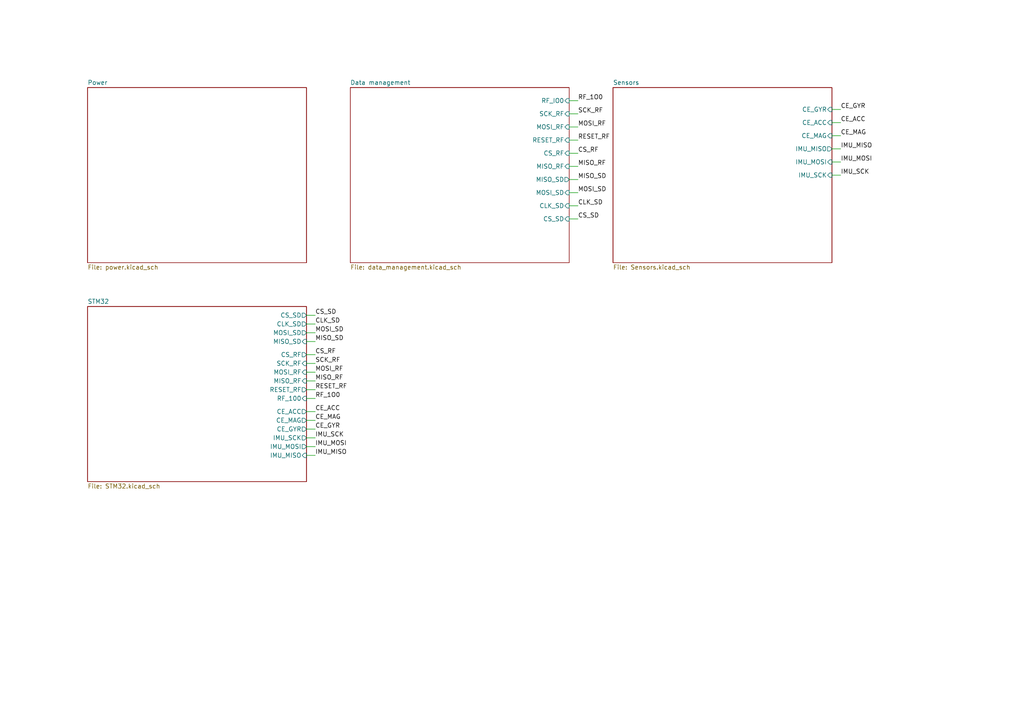
<source format=kicad_sch>
(kicad_sch (version 20230121) (generator eeschema)
  (paper "A4")
  (lib_symbols)
  (wire (pts (xy 88.9 102.87) (xy 91.44 102.87)))
  (wire (pts (xy 165.1 44.45) (xy 167.64 44.45)))
  (wire (pts (xy 88.9 132.08) (xy 91.44 132.08)))
  (wire (pts (xy 165.1 63.5) (xy 167.64 63.5)))
  (wire (pts (xy 88.9 129.54) (xy 91.44 129.54)))
  (wire (pts (xy 241.3 35.56) (xy 243.84 35.56)))
  (wire (pts (xy 88.9 115.57) (xy 91.44 115.57)))
  (wire (pts (xy 88.9 93.98) (xy 91.44 93.98)))
  (wire (pts (xy 88.9 113.03) (xy 91.44 113.03)))
  (wire (pts (xy 241.3 46.99) (xy 243.84 46.99)))
  (wire (pts (xy 88.9 119.38) (xy 91.44 119.38)))
  (wire (pts (xy 88.9 124.46) (xy 91.44 124.46)))
  (wire (pts (xy 88.9 91.44) (xy 91.44 91.44)))
  (wire (pts (xy 241.3 50.8) (xy 243.84 50.8)))
  (wire (pts (xy 88.9 99.06) (xy 91.44 99.06)))
  (wire (pts (xy 88.9 107.95) (xy 91.44 107.95)))
  (wire (pts (xy 165.1 55.88) (xy 167.64 55.88)))
  (wire (pts (xy 165.1 59.69) (xy 167.64 59.69)))
  (wire (pts (xy 165.1 48.26) (xy 167.64 48.26)))
  (wire (pts (xy 88.9 127) (xy 91.44 127)))
  (wire (pts (xy 88.9 96.52) (xy 91.44 96.52)))
  (wire (pts (xy 88.9 121.92) (xy 91.44 121.92)))
  (wire (pts (xy 241.3 39.37) (xy 243.84 39.37)))
  (wire (pts (xy 88.9 110.49) (xy 91.44 110.49)))
  (wire (pts (xy 165.1 52.07) (xy 167.64 52.07)))
  (wire (pts (xy 165.1 40.64) (xy 167.64 40.64)))
  (wire (pts (xy 165.1 33.02) (xy 167.64 33.02)))
  (wire (pts (xy 241.3 43.18) (xy 243.84 43.18)))
  (wire (pts (xy 88.9 105.41) (xy 91.44 105.41)))
  (wire (pts (xy 165.1 36.83) (xy 167.64 36.83)))
  (wire (pts (xy 241.3 31.75) (xy 243.84 31.75)))
  (wire (pts (xy 165.1 29.21) (xy 167.64 29.21)))
  (label "CS_SD" (at 91.44 91.44 0))
  (label "SCK_RF" (at 167.64 33.02 0))
  (label "MISO_RF" (at 167.64 48.26 0))
  (label "RESET_RF" (at 167.64 40.64 0))
  (label "IMU_MISO" (at 91.44 132.08 0))
  (label "IMU_SCK" (at 91.44 127 0))
  (label "MISO_SD" (at 91.44 99.06 0))
  (label "CS_RF" (at 91.44 102.87 0))
  (label "MOSI_SD" (at 167.64 55.88 0))
  (label "IMU_SCK" (at 243.84 50.8 0))
  (label "MISO_RF" (at 91.44 110.49 0))
  (label "CE_MAG" (at 91.44 121.92 0))
  (label "MISO_SD" (at 167.64 52.07 0))
  (label "CE_ACC" (at 243.84 35.56 0))
  (label "IMU_MISO" (at 243.84 43.18 0))
  (label "CE_ACC" (at 91.44 119.38 0))
  (label "SCK_RF" (at 91.44 105.41 0))
  (label "IMU_MOSI" (at 243.84 46.99 0))
  (label "MOSI_RF" (at 167.64 36.83 0))
  (label "CE_MAG" (at 243.84 39.37 0))
  (label "CS_SD" (at 167.64 63.5 0))
  (label "CLK_SD" (at 91.44 93.98 0))
  (label "RESET_RF" (at 91.44 113.03 0))
  (label "MOSI_SD" (at 91.44 96.52 0))
  (label "IMU_MOSI" (at 91.44 129.54 0))
  (label "MOSI_RF" (at 91.44 107.95 0))
  (label "RF_1O0" (at 91.44 115.57 0))
  (label "CS_RF" (at 167.64 44.45 0))
  (label "CE_GYR" (at 91.44 124.46 0))
  (label "CLK_SD" (at 167.64 59.69 0))
  (label "RF_1O0" (at 167.64 29.21 0))
  (label "CE_GYR" (at 243.84 31.75 0))
  (sheet (at 25.4 88.9) (size 63.5 50.8) (stroke (width 0.1524))
    (property "Sheetname" "STM32" (at 25.4 88.1884 0) (effects (justify left bottom)))
    (property "Sheetfile" "STM32.kicad_sch" (at 25.4 140.2846 0) (effects (justify left top)))
    (pin "CE_GYR" output (at 88.9 124.46 0))
    (pin "CE_MAG" output (at 88.9 121.92 0))
    (pin "CE_ACC" output (at 88.9 119.38 0))
    (pin "CLK_SD" output (at 88.9 93.98 0))
    (pin "MISO_SD" input (at 88.9 99.06 0))
    (pin "MOSI_SD" output (at 88.9 96.52 0))
    (pin "SCK_RF" input (at 88.9 105.41 0))
    (pin "MISO_RF" input (at 88.9 110.49 0))
    (pin "MOSI_RF" input (at 88.9 107.95 0))
    (pin "RESET_RF" output (at 88.9 113.03 0))
    (pin "CS_RF" output (at 88.9 102.87 0))
    (pin "CS_SD" output (at 88.9 91.44 0))
    (pin "RF_100" input (at 88.9 115.57 0))
    (pin "IMU_SCK" output (at 88.9 127 0))
    (pin "IMU_MISO" input (at 88.9 132.08 0))
    (pin "IMU_MOSI" output (at 88.9 129.54 0))
  )
  (sheet (at 25.4 25.4) (size 63.5 50.8) (stroke (width 0.1524))
    (property "Sheetname" "Power" (at 25.4 24.6884 0) (effects (justify left bottom)))
    (property "Sheetfile" "power.kicad_sch" (at 25.4 76.7846 0) (effects (justify left top)))
  )
  (sheet (at 101.6 25.4) (size 63.5 50.8) (stroke (width 0.1524))
    (property "Sheetname" "Data management" (at 101.6 24.6884 0) (effects (justify left bottom)))
    (property "Sheetfile" "data_management.kicad_sch" (at 101.6 76.7846 0) (effects (justify left top)))
    (pin "RF_IO0" input (at 165.1 29.21 0))
    (pin "SCK_RF" input (at 165.1 33.02 0))
    (pin "MOSI_RF" input (at 165.1 36.83 0))
    (pin "RESET_RF" input (at 165.1 40.64 0))
    (pin "CS_RF" input (at 165.1 44.45 0))
    (pin "MISO_RF" input (at 165.1 48.26 0))
    (pin "MISO_SD" output (at 165.1 52.07 0))
    (pin "MOSI_SD" input (at 165.1 55.88 0))
    (pin "CLK_SD" input (at 165.1 59.69 0))
    (pin "CS_SD" input (at 165.1 63.5 0))
  )
  (sheet (at 177.8 25.4) (size 63.5 50.8) (stroke (width 0.1524))
    (property "Sheetname" "Sensors" (at 177.8 24.6884 0) (effects (justify left bottom)))
    (property "Sheetfile" "Sensors.kicad_sch" (at 177.8 76.7846 0) (effects (justify left top)))
    (pin "CE_GYR" input (at 241.3 31.75 0))
    (pin "CE_ACC" input (at 241.3 35.56 0))
    (pin "CE_MAG" input (at 241.3 39.37 0))
    (pin "IMU_MISO" output (at 241.3 43.18 0))
    (pin "IMU_SCK" input (at 241.3 50.8 0))
    (pin "IMU_MOSI" input (at 241.3 46.99 0))
  )
)
</source>
